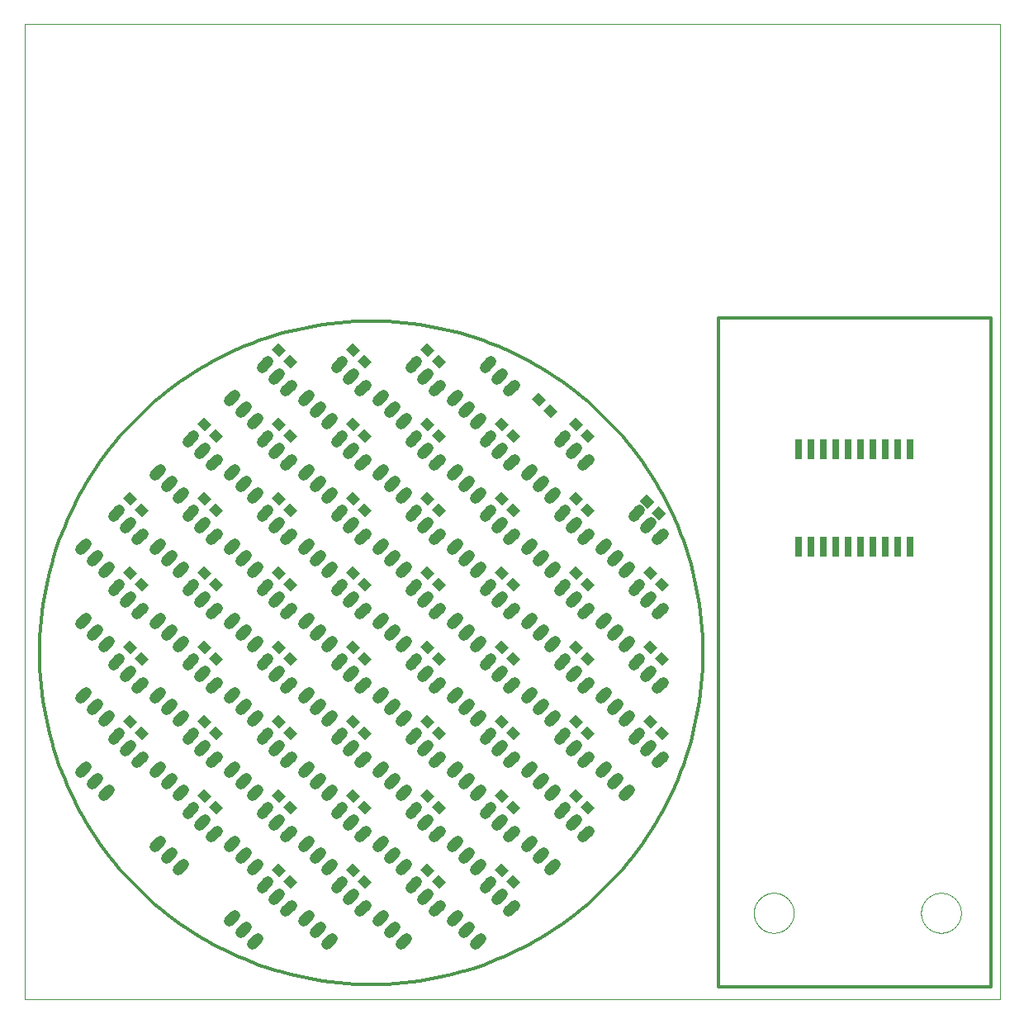
<source format=gtp>
G75*
%MOIN*%
%OFA0B0*%
%FSLAX25Y25*%
%IPPOS*%
%LPD*%
%AMOC8*
5,1,8,0,0,1.08239X$1,22.5*
%
%ADD10C,0.00000*%
%ADD11C,0.01200*%
%ADD12R,0.04331X0.03937*%
%ADD13C,0.04331*%
%ADD14R,0.02600X0.08000*%
D10*
X0001000Y0001000D02*
X0001000Y0394701D01*
X0394701Y0394701D01*
X0394701Y0001000D01*
X0001000Y0001000D01*
X0295429Y0036000D02*
X0295431Y0036198D01*
X0295439Y0036396D01*
X0295451Y0036594D01*
X0295468Y0036791D01*
X0295490Y0036988D01*
X0295516Y0037184D01*
X0295548Y0037380D01*
X0295584Y0037575D01*
X0295625Y0037768D01*
X0295671Y0037961D01*
X0295721Y0038153D01*
X0295777Y0038343D01*
X0295836Y0038532D01*
X0295901Y0038719D01*
X0295970Y0038905D01*
X0296043Y0039089D01*
X0296121Y0039271D01*
X0296204Y0039451D01*
X0296291Y0039629D01*
X0296382Y0039805D01*
X0296478Y0039978D01*
X0296577Y0040149D01*
X0296681Y0040318D01*
X0296789Y0040484D01*
X0296901Y0040647D01*
X0297017Y0040808D01*
X0297137Y0040966D01*
X0297261Y0041120D01*
X0297389Y0041272D01*
X0297520Y0041420D01*
X0297655Y0041565D01*
X0297793Y0041707D01*
X0297935Y0041845D01*
X0298080Y0041980D01*
X0298228Y0042111D01*
X0298380Y0042239D01*
X0298534Y0042363D01*
X0298692Y0042483D01*
X0298853Y0042599D01*
X0299016Y0042711D01*
X0299182Y0042819D01*
X0299351Y0042923D01*
X0299522Y0043022D01*
X0299695Y0043118D01*
X0299871Y0043209D01*
X0300049Y0043296D01*
X0300229Y0043379D01*
X0300411Y0043457D01*
X0300595Y0043530D01*
X0300781Y0043599D01*
X0300968Y0043664D01*
X0301157Y0043723D01*
X0301347Y0043779D01*
X0301539Y0043829D01*
X0301732Y0043875D01*
X0301925Y0043916D01*
X0302120Y0043952D01*
X0302316Y0043984D01*
X0302512Y0044010D01*
X0302709Y0044032D01*
X0302906Y0044049D01*
X0303104Y0044061D01*
X0303302Y0044069D01*
X0303500Y0044071D01*
X0303698Y0044069D01*
X0303896Y0044061D01*
X0304094Y0044049D01*
X0304291Y0044032D01*
X0304488Y0044010D01*
X0304684Y0043984D01*
X0304880Y0043952D01*
X0305075Y0043916D01*
X0305268Y0043875D01*
X0305461Y0043829D01*
X0305653Y0043779D01*
X0305843Y0043723D01*
X0306032Y0043664D01*
X0306219Y0043599D01*
X0306405Y0043530D01*
X0306589Y0043457D01*
X0306771Y0043379D01*
X0306951Y0043296D01*
X0307129Y0043209D01*
X0307305Y0043118D01*
X0307478Y0043022D01*
X0307649Y0042923D01*
X0307818Y0042819D01*
X0307984Y0042711D01*
X0308147Y0042599D01*
X0308308Y0042483D01*
X0308466Y0042363D01*
X0308620Y0042239D01*
X0308772Y0042111D01*
X0308920Y0041980D01*
X0309065Y0041845D01*
X0309207Y0041707D01*
X0309345Y0041565D01*
X0309480Y0041420D01*
X0309611Y0041272D01*
X0309739Y0041120D01*
X0309863Y0040966D01*
X0309983Y0040808D01*
X0310099Y0040647D01*
X0310211Y0040484D01*
X0310319Y0040318D01*
X0310423Y0040149D01*
X0310522Y0039978D01*
X0310618Y0039805D01*
X0310709Y0039629D01*
X0310796Y0039451D01*
X0310879Y0039271D01*
X0310957Y0039089D01*
X0311030Y0038905D01*
X0311099Y0038719D01*
X0311164Y0038532D01*
X0311223Y0038343D01*
X0311279Y0038153D01*
X0311329Y0037961D01*
X0311375Y0037768D01*
X0311416Y0037575D01*
X0311452Y0037380D01*
X0311484Y0037184D01*
X0311510Y0036988D01*
X0311532Y0036791D01*
X0311549Y0036594D01*
X0311561Y0036396D01*
X0311569Y0036198D01*
X0311571Y0036000D01*
X0311569Y0035802D01*
X0311561Y0035604D01*
X0311549Y0035406D01*
X0311532Y0035209D01*
X0311510Y0035012D01*
X0311484Y0034816D01*
X0311452Y0034620D01*
X0311416Y0034425D01*
X0311375Y0034232D01*
X0311329Y0034039D01*
X0311279Y0033847D01*
X0311223Y0033657D01*
X0311164Y0033468D01*
X0311099Y0033281D01*
X0311030Y0033095D01*
X0310957Y0032911D01*
X0310879Y0032729D01*
X0310796Y0032549D01*
X0310709Y0032371D01*
X0310618Y0032195D01*
X0310522Y0032022D01*
X0310423Y0031851D01*
X0310319Y0031682D01*
X0310211Y0031516D01*
X0310099Y0031353D01*
X0309983Y0031192D01*
X0309863Y0031034D01*
X0309739Y0030880D01*
X0309611Y0030728D01*
X0309480Y0030580D01*
X0309345Y0030435D01*
X0309207Y0030293D01*
X0309065Y0030155D01*
X0308920Y0030020D01*
X0308772Y0029889D01*
X0308620Y0029761D01*
X0308466Y0029637D01*
X0308308Y0029517D01*
X0308147Y0029401D01*
X0307984Y0029289D01*
X0307818Y0029181D01*
X0307649Y0029077D01*
X0307478Y0028978D01*
X0307305Y0028882D01*
X0307129Y0028791D01*
X0306951Y0028704D01*
X0306771Y0028621D01*
X0306589Y0028543D01*
X0306405Y0028470D01*
X0306219Y0028401D01*
X0306032Y0028336D01*
X0305843Y0028277D01*
X0305653Y0028221D01*
X0305461Y0028171D01*
X0305268Y0028125D01*
X0305075Y0028084D01*
X0304880Y0028048D01*
X0304684Y0028016D01*
X0304488Y0027990D01*
X0304291Y0027968D01*
X0304094Y0027951D01*
X0303896Y0027939D01*
X0303698Y0027931D01*
X0303500Y0027929D01*
X0303302Y0027931D01*
X0303104Y0027939D01*
X0302906Y0027951D01*
X0302709Y0027968D01*
X0302512Y0027990D01*
X0302316Y0028016D01*
X0302120Y0028048D01*
X0301925Y0028084D01*
X0301732Y0028125D01*
X0301539Y0028171D01*
X0301347Y0028221D01*
X0301157Y0028277D01*
X0300968Y0028336D01*
X0300781Y0028401D01*
X0300595Y0028470D01*
X0300411Y0028543D01*
X0300229Y0028621D01*
X0300049Y0028704D01*
X0299871Y0028791D01*
X0299695Y0028882D01*
X0299522Y0028978D01*
X0299351Y0029077D01*
X0299182Y0029181D01*
X0299016Y0029289D01*
X0298853Y0029401D01*
X0298692Y0029517D01*
X0298534Y0029637D01*
X0298380Y0029761D01*
X0298228Y0029889D01*
X0298080Y0030020D01*
X0297935Y0030155D01*
X0297793Y0030293D01*
X0297655Y0030435D01*
X0297520Y0030580D01*
X0297389Y0030728D01*
X0297261Y0030880D01*
X0297137Y0031034D01*
X0297017Y0031192D01*
X0296901Y0031353D01*
X0296789Y0031516D01*
X0296681Y0031682D01*
X0296577Y0031851D01*
X0296478Y0032022D01*
X0296382Y0032195D01*
X0296291Y0032371D01*
X0296204Y0032549D01*
X0296121Y0032729D01*
X0296043Y0032911D01*
X0295970Y0033095D01*
X0295901Y0033281D01*
X0295836Y0033468D01*
X0295777Y0033657D01*
X0295721Y0033847D01*
X0295671Y0034039D01*
X0295625Y0034232D01*
X0295584Y0034425D01*
X0295548Y0034620D01*
X0295516Y0034816D01*
X0295490Y0035012D01*
X0295468Y0035209D01*
X0295451Y0035406D01*
X0295439Y0035604D01*
X0295431Y0035802D01*
X0295429Y0036000D01*
X0362929Y0036000D02*
X0362931Y0036198D01*
X0362939Y0036396D01*
X0362951Y0036594D01*
X0362968Y0036791D01*
X0362990Y0036988D01*
X0363016Y0037184D01*
X0363048Y0037380D01*
X0363084Y0037575D01*
X0363125Y0037768D01*
X0363171Y0037961D01*
X0363221Y0038153D01*
X0363277Y0038343D01*
X0363336Y0038532D01*
X0363401Y0038719D01*
X0363470Y0038905D01*
X0363543Y0039089D01*
X0363621Y0039271D01*
X0363704Y0039451D01*
X0363791Y0039629D01*
X0363882Y0039805D01*
X0363978Y0039978D01*
X0364077Y0040149D01*
X0364181Y0040318D01*
X0364289Y0040484D01*
X0364401Y0040647D01*
X0364517Y0040808D01*
X0364637Y0040966D01*
X0364761Y0041120D01*
X0364889Y0041272D01*
X0365020Y0041420D01*
X0365155Y0041565D01*
X0365293Y0041707D01*
X0365435Y0041845D01*
X0365580Y0041980D01*
X0365728Y0042111D01*
X0365880Y0042239D01*
X0366034Y0042363D01*
X0366192Y0042483D01*
X0366353Y0042599D01*
X0366516Y0042711D01*
X0366682Y0042819D01*
X0366851Y0042923D01*
X0367022Y0043022D01*
X0367195Y0043118D01*
X0367371Y0043209D01*
X0367549Y0043296D01*
X0367729Y0043379D01*
X0367911Y0043457D01*
X0368095Y0043530D01*
X0368281Y0043599D01*
X0368468Y0043664D01*
X0368657Y0043723D01*
X0368847Y0043779D01*
X0369039Y0043829D01*
X0369232Y0043875D01*
X0369425Y0043916D01*
X0369620Y0043952D01*
X0369816Y0043984D01*
X0370012Y0044010D01*
X0370209Y0044032D01*
X0370406Y0044049D01*
X0370604Y0044061D01*
X0370802Y0044069D01*
X0371000Y0044071D01*
X0371198Y0044069D01*
X0371396Y0044061D01*
X0371594Y0044049D01*
X0371791Y0044032D01*
X0371988Y0044010D01*
X0372184Y0043984D01*
X0372380Y0043952D01*
X0372575Y0043916D01*
X0372768Y0043875D01*
X0372961Y0043829D01*
X0373153Y0043779D01*
X0373343Y0043723D01*
X0373532Y0043664D01*
X0373719Y0043599D01*
X0373905Y0043530D01*
X0374089Y0043457D01*
X0374271Y0043379D01*
X0374451Y0043296D01*
X0374629Y0043209D01*
X0374805Y0043118D01*
X0374978Y0043022D01*
X0375149Y0042923D01*
X0375318Y0042819D01*
X0375484Y0042711D01*
X0375647Y0042599D01*
X0375808Y0042483D01*
X0375966Y0042363D01*
X0376120Y0042239D01*
X0376272Y0042111D01*
X0376420Y0041980D01*
X0376565Y0041845D01*
X0376707Y0041707D01*
X0376845Y0041565D01*
X0376980Y0041420D01*
X0377111Y0041272D01*
X0377239Y0041120D01*
X0377363Y0040966D01*
X0377483Y0040808D01*
X0377599Y0040647D01*
X0377711Y0040484D01*
X0377819Y0040318D01*
X0377923Y0040149D01*
X0378022Y0039978D01*
X0378118Y0039805D01*
X0378209Y0039629D01*
X0378296Y0039451D01*
X0378379Y0039271D01*
X0378457Y0039089D01*
X0378530Y0038905D01*
X0378599Y0038719D01*
X0378664Y0038532D01*
X0378723Y0038343D01*
X0378779Y0038153D01*
X0378829Y0037961D01*
X0378875Y0037768D01*
X0378916Y0037575D01*
X0378952Y0037380D01*
X0378984Y0037184D01*
X0379010Y0036988D01*
X0379032Y0036791D01*
X0379049Y0036594D01*
X0379061Y0036396D01*
X0379069Y0036198D01*
X0379071Y0036000D01*
X0379069Y0035802D01*
X0379061Y0035604D01*
X0379049Y0035406D01*
X0379032Y0035209D01*
X0379010Y0035012D01*
X0378984Y0034816D01*
X0378952Y0034620D01*
X0378916Y0034425D01*
X0378875Y0034232D01*
X0378829Y0034039D01*
X0378779Y0033847D01*
X0378723Y0033657D01*
X0378664Y0033468D01*
X0378599Y0033281D01*
X0378530Y0033095D01*
X0378457Y0032911D01*
X0378379Y0032729D01*
X0378296Y0032549D01*
X0378209Y0032371D01*
X0378118Y0032195D01*
X0378022Y0032022D01*
X0377923Y0031851D01*
X0377819Y0031682D01*
X0377711Y0031516D01*
X0377599Y0031353D01*
X0377483Y0031192D01*
X0377363Y0031034D01*
X0377239Y0030880D01*
X0377111Y0030728D01*
X0376980Y0030580D01*
X0376845Y0030435D01*
X0376707Y0030293D01*
X0376565Y0030155D01*
X0376420Y0030020D01*
X0376272Y0029889D01*
X0376120Y0029761D01*
X0375966Y0029637D01*
X0375808Y0029517D01*
X0375647Y0029401D01*
X0375484Y0029289D01*
X0375318Y0029181D01*
X0375149Y0029077D01*
X0374978Y0028978D01*
X0374805Y0028882D01*
X0374629Y0028791D01*
X0374451Y0028704D01*
X0374271Y0028621D01*
X0374089Y0028543D01*
X0373905Y0028470D01*
X0373719Y0028401D01*
X0373532Y0028336D01*
X0373343Y0028277D01*
X0373153Y0028221D01*
X0372961Y0028171D01*
X0372768Y0028125D01*
X0372575Y0028084D01*
X0372380Y0028048D01*
X0372184Y0028016D01*
X0371988Y0027990D01*
X0371791Y0027968D01*
X0371594Y0027951D01*
X0371396Y0027939D01*
X0371198Y0027931D01*
X0371000Y0027929D01*
X0370802Y0027931D01*
X0370604Y0027939D01*
X0370406Y0027951D01*
X0370209Y0027968D01*
X0370012Y0027990D01*
X0369816Y0028016D01*
X0369620Y0028048D01*
X0369425Y0028084D01*
X0369232Y0028125D01*
X0369039Y0028171D01*
X0368847Y0028221D01*
X0368657Y0028277D01*
X0368468Y0028336D01*
X0368281Y0028401D01*
X0368095Y0028470D01*
X0367911Y0028543D01*
X0367729Y0028621D01*
X0367549Y0028704D01*
X0367371Y0028791D01*
X0367195Y0028882D01*
X0367022Y0028978D01*
X0366851Y0029077D01*
X0366682Y0029181D01*
X0366516Y0029289D01*
X0366353Y0029401D01*
X0366192Y0029517D01*
X0366034Y0029637D01*
X0365880Y0029761D01*
X0365728Y0029889D01*
X0365580Y0030020D01*
X0365435Y0030155D01*
X0365293Y0030293D01*
X0365155Y0030435D01*
X0365020Y0030580D01*
X0364889Y0030728D01*
X0364761Y0030880D01*
X0364637Y0031034D01*
X0364517Y0031192D01*
X0364401Y0031353D01*
X0364289Y0031516D01*
X0364181Y0031682D01*
X0364077Y0031851D01*
X0363978Y0032022D01*
X0363882Y0032195D01*
X0363791Y0032371D01*
X0363704Y0032549D01*
X0363621Y0032729D01*
X0363543Y0032911D01*
X0363470Y0033095D01*
X0363401Y0033281D01*
X0363336Y0033468D01*
X0363277Y0033657D01*
X0363221Y0033847D01*
X0363171Y0034039D01*
X0363125Y0034232D01*
X0363084Y0034425D01*
X0363048Y0034620D01*
X0363016Y0034816D01*
X0362990Y0035012D01*
X0362968Y0035209D01*
X0362951Y0035406D01*
X0362939Y0035604D01*
X0362931Y0035802D01*
X0362929Y0036000D01*
D11*
X0391000Y0006000D02*
X0281000Y0006000D01*
X0281000Y0276000D01*
X0391000Y0276000D01*
X0391000Y0006000D01*
X0007142Y0141000D02*
X0007182Y0144285D01*
X0007303Y0147568D01*
X0007505Y0150847D01*
X0007787Y0154120D01*
X0008149Y0157386D01*
X0008591Y0160641D01*
X0009113Y0163885D01*
X0009714Y0167114D01*
X0010394Y0170328D01*
X0011154Y0173525D01*
X0011991Y0176702D01*
X0012906Y0179857D01*
X0013898Y0182989D01*
X0014967Y0186095D01*
X0016111Y0189175D01*
X0017331Y0192225D01*
X0018626Y0195245D01*
X0019994Y0198232D01*
X0021435Y0201184D01*
X0022948Y0204100D01*
X0024532Y0206978D01*
X0026186Y0209817D01*
X0027910Y0212614D01*
X0029701Y0215368D01*
X0031560Y0218077D01*
X0033484Y0220739D01*
X0035474Y0223354D01*
X0037526Y0225919D01*
X0039642Y0228432D01*
X0041818Y0230894D01*
X0044054Y0233301D01*
X0046348Y0235652D01*
X0048699Y0237946D01*
X0051106Y0240182D01*
X0053568Y0242358D01*
X0056081Y0244474D01*
X0058646Y0246526D01*
X0061261Y0248516D01*
X0063923Y0250440D01*
X0066632Y0252299D01*
X0069386Y0254090D01*
X0072183Y0255814D01*
X0075022Y0257468D01*
X0077900Y0259052D01*
X0080816Y0260565D01*
X0083768Y0262006D01*
X0086755Y0263374D01*
X0089775Y0264669D01*
X0092825Y0265889D01*
X0095905Y0267033D01*
X0099011Y0268102D01*
X0102143Y0269094D01*
X0105298Y0270009D01*
X0108475Y0270846D01*
X0111672Y0271606D01*
X0114886Y0272286D01*
X0118115Y0272887D01*
X0121359Y0273409D01*
X0124614Y0273851D01*
X0127880Y0274213D01*
X0131153Y0274495D01*
X0134432Y0274697D01*
X0137715Y0274818D01*
X0141000Y0274858D01*
X0144285Y0274818D01*
X0147568Y0274697D01*
X0150847Y0274495D01*
X0154120Y0274213D01*
X0157386Y0273851D01*
X0160641Y0273409D01*
X0163885Y0272887D01*
X0167114Y0272286D01*
X0170328Y0271606D01*
X0173525Y0270846D01*
X0176702Y0270009D01*
X0179857Y0269094D01*
X0182989Y0268102D01*
X0186095Y0267033D01*
X0189175Y0265889D01*
X0192225Y0264669D01*
X0195245Y0263374D01*
X0198232Y0262006D01*
X0201184Y0260565D01*
X0204100Y0259052D01*
X0206978Y0257468D01*
X0209817Y0255814D01*
X0212614Y0254090D01*
X0215368Y0252299D01*
X0218077Y0250440D01*
X0220739Y0248516D01*
X0223354Y0246526D01*
X0225919Y0244474D01*
X0228432Y0242358D01*
X0230894Y0240182D01*
X0233301Y0237946D01*
X0235652Y0235652D01*
X0237946Y0233301D01*
X0240182Y0230894D01*
X0242358Y0228432D01*
X0244474Y0225919D01*
X0246526Y0223354D01*
X0248516Y0220739D01*
X0250440Y0218077D01*
X0252299Y0215368D01*
X0254090Y0212614D01*
X0255814Y0209817D01*
X0257468Y0206978D01*
X0259052Y0204100D01*
X0260565Y0201184D01*
X0262006Y0198232D01*
X0263374Y0195245D01*
X0264669Y0192225D01*
X0265889Y0189175D01*
X0267033Y0186095D01*
X0268102Y0182989D01*
X0269094Y0179857D01*
X0270009Y0176702D01*
X0270846Y0173525D01*
X0271606Y0170328D01*
X0272286Y0167114D01*
X0272887Y0163885D01*
X0273409Y0160641D01*
X0273851Y0157386D01*
X0274213Y0154120D01*
X0274495Y0150847D01*
X0274697Y0147568D01*
X0274818Y0144285D01*
X0274858Y0141000D01*
X0274818Y0137715D01*
X0274697Y0134432D01*
X0274495Y0131153D01*
X0274213Y0127880D01*
X0273851Y0124614D01*
X0273409Y0121359D01*
X0272887Y0118115D01*
X0272286Y0114886D01*
X0271606Y0111672D01*
X0270846Y0108475D01*
X0270009Y0105298D01*
X0269094Y0102143D01*
X0268102Y0099011D01*
X0267033Y0095905D01*
X0265889Y0092825D01*
X0264669Y0089775D01*
X0263374Y0086755D01*
X0262006Y0083768D01*
X0260565Y0080816D01*
X0259052Y0077900D01*
X0257468Y0075022D01*
X0255814Y0072183D01*
X0254090Y0069386D01*
X0252299Y0066632D01*
X0250440Y0063923D01*
X0248516Y0061261D01*
X0246526Y0058646D01*
X0244474Y0056081D01*
X0242358Y0053568D01*
X0240182Y0051106D01*
X0237946Y0048699D01*
X0235652Y0046348D01*
X0233301Y0044054D01*
X0230894Y0041818D01*
X0228432Y0039642D01*
X0225919Y0037526D01*
X0223354Y0035474D01*
X0220739Y0033484D01*
X0218077Y0031560D01*
X0215368Y0029701D01*
X0212614Y0027910D01*
X0209817Y0026186D01*
X0206978Y0024532D01*
X0204100Y0022948D01*
X0201184Y0021435D01*
X0198232Y0019994D01*
X0195245Y0018626D01*
X0192225Y0017331D01*
X0189175Y0016111D01*
X0186095Y0014967D01*
X0182989Y0013898D01*
X0179857Y0012906D01*
X0176702Y0011991D01*
X0173525Y0011154D01*
X0170328Y0010394D01*
X0167114Y0009714D01*
X0163885Y0009113D01*
X0160641Y0008591D01*
X0157386Y0008149D01*
X0154120Y0007787D01*
X0150847Y0007505D01*
X0147568Y0007303D01*
X0144285Y0007182D01*
X0141000Y0007142D01*
X0137715Y0007182D01*
X0134432Y0007303D01*
X0131153Y0007505D01*
X0127880Y0007787D01*
X0124614Y0008149D01*
X0121359Y0008591D01*
X0118115Y0009113D01*
X0114886Y0009714D01*
X0111672Y0010394D01*
X0108475Y0011154D01*
X0105298Y0011991D01*
X0102143Y0012906D01*
X0099011Y0013898D01*
X0095905Y0014967D01*
X0092825Y0016111D01*
X0089775Y0017331D01*
X0086755Y0018626D01*
X0083768Y0019994D01*
X0080816Y0021435D01*
X0077900Y0022948D01*
X0075022Y0024532D01*
X0072183Y0026186D01*
X0069386Y0027910D01*
X0066632Y0029701D01*
X0063923Y0031560D01*
X0061261Y0033484D01*
X0058646Y0035474D01*
X0056081Y0037526D01*
X0053568Y0039642D01*
X0051106Y0041818D01*
X0048699Y0044054D01*
X0046348Y0046348D01*
X0044054Y0048699D01*
X0041818Y0051106D01*
X0039642Y0053568D01*
X0037526Y0056081D01*
X0035474Y0058646D01*
X0033484Y0061261D01*
X0031560Y0063923D01*
X0029701Y0066632D01*
X0027910Y0069386D01*
X0026186Y0072183D01*
X0024532Y0075022D01*
X0022948Y0077900D01*
X0021435Y0080816D01*
X0019994Y0083768D01*
X0018626Y0086755D01*
X0017331Y0089775D01*
X0016111Y0092825D01*
X0014967Y0095905D01*
X0013898Y0099011D01*
X0012906Y0102143D01*
X0011991Y0105298D01*
X0011154Y0108475D01*
X0010394Y0111672D01*
X0009714Y0114886D01*
X0009113Y0118115D01*
X0008591Y0121359D01*
X0008149Y0124614D01*
X0007787Y0127880D01*
X0007505Y0131153D01*
X0007303Y0134432D01*
X0007182Y0137715D01*
X0007142Y0141000D01*
D12*
G36*
X0043773Y0140444D02*
X0040712Y0143505D01*
X0043495Y0146288D01*
X0046556Y0143227D01*
X0043773Y0140444D01*
G37*
G36*
X0048505Y0135712D02*
X0045444Y0138773D01*
X0048227Y0141556D01*
X0051288Y0138495D01*
X0048505Y0135712D01*
G37*
G36*
X0043773Y0110444D02*
X0040712Y0113505D01*
X0043495Y0116288D01*
X0046556Y0113227D01*
X0043773Y0110444D01*
G37*
G36*
X0048505Y0105712D02*
X0045444Y0108773D01*
X0048227Y0111556D01*
X0051288Y0108495D01*
X0048505Y0105712D01*
G37*
G36*
X0073773Y0110444D02*
X0070712Y0113505D01*
X0073495Y0116288D01*
X0076556Y0113227D01*
X0073773Y0110444D01*
G37*
G36*
X0078505Y0105712D02*
X0075444Y0108773D01*
X0078227Y0111556D01*
X0081288Y0108495D01*
X0078505Y0105712D01*
G37*
G36*
X0073773Y0080444D02*
X0070712Y0083505D01*
X0073495Y0086288D01*
X0076556Y0083227D01*
X0073773Y0080444D01*
G37*
G36*
X0078505Y0075712D02*
X0075444Y0078773D01*
X0078227Y0081556D01*
X0081288Y0078495D01*
X0078505Y0075712D01*
G37*
G36*
X0103773Y0080444D02*
X0100712Y0083505D01*
X0103495Y0086288D01*
X0106556Y0083227D01*
X0103773Y0080444D01*
G37*
G36*
X0108505Y0075712D02*
X0105444Y0078773D01*
X0108227Y0081556D01*
X0111288Y0078495D01*
X0108505Y0075712D01*
G37*
G36*
X0103773Y0050444D02*
X0100712Y0053505D01*
X0103495Y0056288D01*
X0106556Y0053227D01*
X0103773Y0050444D01*
G37*
G36*
X0108505Y0045712D02*
X0105444Y0048773D01*
X0108227Y0051556D01*
X0111288Y0048495D01*
X0108505Y0045712D01*
G37*
G36*
X0133773Y0050444D02*
X0130712Y0053505D01*
X0133495Y0056288D01*
X0136556Y0053227D01*
X0133773Y0050444D01*
G37*
G36*
X0138505Y0045712D02*
X0135444Y0048773D01*
X0138227Y0051556D01*
X0141288Y0048495D01*
X0138505Y0045712D01*
G37*
G36*
X0163773Y0050444D02*
X0160712Y0053505D01*
X0163495Y0056288D01*
X0166556Y0053227D01*
X0163773Y0050444D01*
G37*
G36*
X0168505Y0045712D02*
X0165444Y0048773D01*
X0168227Y0051556D01*
X0171288Y0048495D01*
X0168505Y0045712D01*
G37*
G36*
X0193773Y0050444D02*
X0190712Y0053505D01*
X0193495Y0056288D01*
X0196556Y0053227D01*
X0193773Y0050444D01*
G37*
G36*
X0198505Y0045712D02*
X0195444Y0048773D01*
X0198227Y0051556D01*
X0201288Y0048495D01*
X0198505Y0045712D01*
G37*
G36*
X0198505Y0075712D02*
X0195444Y0078773D01*
X0198227Y0081556D01*
X0201288Y0078495D01*
X0198505Y0075712D01*
G37*
G36*
X0193773Y0080444D02*
X0190712Y0083505D01*
X0193495Y0086288D01*
X0196556Y0083227D01*
X0193773Y0080444D01*
G37*
G36*
X0168505Y0075712D02*
X0165444Y0078773D01*
X0168227Y0081556D01*
X0171288Y0078495D01*
X0168505Y0075712D01*
G37*
G36*
X0163773Y0080444D02*
X0160712Y0083505D01*
X0163495Y0086288D01*
X0166556Y0083227D01*
X0163773Y0080444D01*
G37*
G36*
X0138505Y0075712D02*
X0135444Y0078773D01*
X0138227Y0081556D01*
X0141288Y0078495D01*
X0138505Y0075712D01*
G37*
G36*
X0133773Y0080444D02*
X0130712Y0083505D01*
X0133495Y0086288D01*
X0136556Y0083227D01*
X0133773Y0080444D01*
G37*
G36*
X0138505Y0105712D02*
X0135444Y0108773D01*
X0138227Y0111556D01*
X0141288Y0108495D01*
X0138505Y0105712D01*
G37*
G36*
X0133773Y0110444D02*
X0130712Y0113505D01*
X0133495Y0116288D01*
X0136556Y0113227D01*
X0133773Y0110444D01*
G37*
G36*
X0108505Y0105712D02*
X0105444Y0108773D01*
X0108227Y0111556D01*
X0111288Y0108495D01*
X0108505Y0105712D01*
G37*
G36*
X0103773Y0110444D02*
X0100712Y0113505D01*
X0103495Y0116288D01*
X0106556Y0113227D01*
X0103773Y0110444D01*
G37*
G36*
X0108505Y0135712D02*
X0105444Y0138773D01*
X0108227Y0141556D01*
X0111288Y0138495D01*
X0108505Y0135712D01*
G37*
G36*
X0103773Y0140444D02*
X0100712Y0143505D01*
X0103495Y0146288D01*
X0106556Y0143227D01*
X0103773Y0140444D01*
G37*
G36*
X0078505Y0135712D02*
X0075444Y0138773D01*
X0078227Y0141556D01*
X0081288Y0138495D01*
X0078505Y0135712D01*
G37*
G36*
X0073773Y0140444D02*
X0070712Y0143505D01*
X0073495Y0146288D01*
X0076556Y0143227D01*
X0073773Y0140444D01*
G37*
G36*
X0078505Y0165712D02*
X0075444Y0168773D01*
X0078227Y0171556D01*
X0081288Y0168495D01*
X0078505Y0165712D01*
G37*
G36*
X0073773Y0170444D02*
X0070712Y0173505D01*
X0073495Y0176288D01*
X0076556Y0173227D01*
X0073773Y0170444D01*
G37*
G36*
X0048505Y0165712D02*
X0045444Y0168773D01*
X0048227Y0171556D01*
X0051288Y0168495D01*
X0048505Y0165712D01*
G37*
G36*
X0043773Y0170444D02*
X0040712Y0173505D01*
X0043495Y0176288D01*
X0046556Y0173227D01*
X0043773Y0170444D01*
G37*
G36*
X0048505Y0195712D02*
X0045444Y0198773D01*
X0048227Y0201556D01*
X0051288Y0198495D01*
X0048505Y0195712D01*
G37*
G36*
X0043773Y0200444D02*
X0040712Y0203505D01*
X0043495Y0206288D01*
X0046556Y0203227D01*
X0043773Y0200444D01*
G37*
G36*
X0073773Y0200444D02*
X0070712Y0203505D01*
X0073495Y0206288D01*
X0076556Y0203227D01*
X0073773Y0200444D01*
G37*
G36*
X0078505Y0195712D02*
X0075444Y0198773D01*
X0078227Y0201556D01*
X0081288Y0198495D01*
X0078505Y0195712D01*
G37*
G36*
X0103773Y0200444D02*
X0100712Y0203505D01*
X0103495Y0206288D01*
X0106556Y0203227D01*
X0103773Y0200444D01*
G37*
G36*
X0108505Y0195712D02*
X0105444Y0198773D01*
X0108227Y0201556D01*
X0111288Y0198495D01*
X0108505Y0195712D01*
G37*
G36*
X0103773Y0170444D02*
X0100712Y0173505D01*
X0103495Y0176288D01*
X0106556Y0173227D01*
X0103773Y0170444D01*
G37*
G36*
X0108505Y0165712D02*
X0105444Y0168773D01*
X0108227Y0171556D01*
X0111288Y0168495D01*
X0108505Y0165712D01*
G37*
G36*
X0133773Y0170444D02*
X0130712Y0173505D01*
X0133495Y0176288D01*
X0136556Y0173227D01*
X0133773Y0170444D01*
G37*
G36*
X0138505Y0165712D02*
X0135444Y0168773D01*
X0138227Y0171556D01*
X0141288Y0168495D01*
X0138505Y0165712D01*
G37*
G36*
X0133773Y0140444D02*
X0130712Y0143505D01*
X0133495Y0146288D01*
X0136556Y0143227D01*
X0133773Y0140444D01*
G37*
G36*
X0138505Y0135712D02*
X0135444Y0138773D01*
X0138227Y0141556D01*
X0141288Y0138495D01*
X0138505Y0135712D01*
G37*
G36*
X0163773Y0140444D02*
X0160712Y0143505D01*
X0163495Y0146288D01*
X0166556Y0143227D01*
X0163773Y0140444D01*
G37*
G36*
X0168505Y0135712D02*
X0165444Y0138773D01*
X0168227Y0141556D01*
X0171288Y0138495D01*
X0168505Y0135712D01*
G37*
G36*
X0163773Y0110444D02*
X0160712Y0113505D01*
X0163495Y0116288D01*
X0166556Y0113227D01*
X0163773Y0110444D01*
G37*
G36*
X0168505Y0105712D02*
X0165444Y0108773D01*
X0168227Y0111556D01*
X0171288Y0108495D01*
X0168505Y0105712D01*
G37*
G36*
X0193773Y0110444D02*
X0190712Y0113505D01*
X0193495Y0116288D01*
X0196556Y0113227D01*
X0193773Y0110444D01*
G37*
G36*
X0198505Y0105712D02*
X0195444Y0108773D01*
X0198227Y0111556D01*
X0201288Y0108495D01*
X0198505Y0105712D01*
G37*
G36*
X0223773Y0110444D02*
X0220712Y0113505D01*
X0223495Y0116288D01*
X0226556Y0113227D01*
X0223773Y0110444D01*
G37*
G36*
X0228505Y0105712D02*
X0225444Y0108773D01*
X0228227Y0111556D01*
X0231288Y0108495D01*
X0228505Y0105712D01*
G37*
G36*
X0223773Y0080444D02*
X0220712Y0083505D01*
X0223495Y0086288D01*
X0226556Y0083227D01*
X0223773Y0080444D01*
G37*
G36*
X0228505Y0075712D02*
X0225444Y0078773D01*
X0228227Y0081556D01*
X0231288Y0078495D01*
X0228505Y0075712D01*
G37*
G36*
X0258505Y0105712D02*
X0255444Y0108773D01*
X0258227Y0111556D01*
X0261288Y0108495D01*
X0258505Y0105712D01*
G37*
G36*
X0253773Y0110444D02*
X0250712Y0113505D01*
X0253495Y0116288D01*
X0256556Y0113227D01*
X0253773Y0110444D01*
G37*
G36*
X0258505Y0135712D02*
X0255444Y0138773D01*
X0258227Y0141556D01*
X0261288Y0138495D01*
X0258505Y0135712D01*
G37*
G36*
X0253773Y0140444D02*
X0250712Y0143505D01*
X0253495Y0146288D01*
X0256556Y0143227D01*
X0253773Y0140444D01*
G37*
G36*
X0228505Y0135712D02*
X0225444Y0138773D01*
X0228227Y0141556D01*
X0231288Y0138495D01*
X0228505Y0135712D01*
G37*
G36*
X0223773Y0140444D02*
X0220712Y0143505D01*
X0223495Y0146288D01*
X0226556Y0143227D01*
X0223773Y0140444D01*
G37*
G36*
X0198505Y0135712D02*
X0195444Y0138773D01*
X0198227Y0141556D01*
X0201288Y0138495D01*
X0198505Y0135712D01*
G37*
G36*
X0193773Y0140444D02*
X0190712Y0143505D01*
X0193495Y0146288D01*
X0196556Y0143227D01*
X0193773Y0140444D01*
G37*
G36*
X0198505Y0165712D02*
X0195444Y0168773D01*
X0198227Y0171556D01*
X0201288Y0168495D01*
X0198505Y0165712D01*
G37*
G36*
X0193773Y0170444D02*
X0190712Y0173505D01*
X0193495Y0176288D01*
X0196556Y0173227D01*
X0193773Y0170444D01*
G37*
G36*
X0168505Y0165712D02*
X0165444Y0168773D01*
X0168227Y0171556D01*
X0171288Y0168495D01*
X0168505Y0165712D01*
G37*
G36*
X0163773Y0170444D02*
X0160712Y0173505D01*
X0163495Y0176288D01*
X0166556Y0173227D01*
X0163773Y0170444D01*
G37*
G36*
X0168505Y0195712D02*
X0165444Y0198773D01*
X0168227Y0201556D01*
X0171288Y0198495D01*
X0168505Y0195712D01*
G37*
G36*
X0163773Y0200444D02*
X0160712Y0203505D01*
X0163495Y0206288D01*
X0166556Y0203227D01*
X0163773Y0200444D01*
G37*
G36*
X0138505Y0195712D02*
X0135444Y0198773D01*
X0138227Y0201556D01*
X0141288Y0198495D01*
X0138505Y0195712D01*
G37*
G36*
X0133773Y0200444D02*
X0130712Y0203505D01*
X0133495Y0206288D01*
X0136556Y0203227D01*
X0133773Y0200444D01*
G37*
G36*
X0138505Y0225712D02*
X0135444Y0228773D01*
X0138227Y0231556D01*
X0141288Y0228495D01*
X0138505Y0225712D01*
G37*
G36*
X0133773Y0230444D02*
X0130712Y0233505D01*
X0133495Y0236288D01*
X0136556Y0233227D01*
X0133773Y0230444D01*
G37*
G36*
X0108505Y0225712D02*
X0105444Y0228773D01*
X0108227Y0231556D01*
X0111288Y0228495D01*
X0108505Y0225712D01*
G37*
G36*
X0103773Y0230444D02*
X0100712Y0233505D01*
X0103495Y0236288D01*
X0106556Y0233227D01*
X0103773Y0230444D01*
G37*
G36*
X0078505Y0225712D02*
X0075444Y0228773D01*
X0078227Y0231556D01*
X0081288Y0228495D01*
X0078505Y0225712D01*
G37*
G36*
X0073773Y0230444D02*
X0070712Y0233505D01*
X0073495Y0236288D01*
X0076556Y0233227D01*
X0073773Y0230444D01*
G37*
G36*
X0103773Y0260444D02*
X0100712Y0263505D01*
X0103495Y0266288D01*
X0106556Y0263227D01*
X0103773Y0260444D01*
G37*
G36*
X0108505Y0255712D02*
X0105444Y0258773D01*
X0108227Y0261556D01*
X0111288Y0258495D01*
X0108505Y0255712D01*
G37*
G36*
X0133773Y0260444D02*
X0130712Y0263505D01*
X0133495Y0266288D01*
X0136556Y0263227D01*
X0133773Y0260444D01*
G37*
G36*
X0138505Y0255712D02*
X0135444Y0258773D01*
X0138227Y0261556D01*
X0141288Y0258495D01*
X0138505Y0255712D01*
G37*
G36*
X0163773Y0260444D02*
X0160712Y0263505D01*
X0163495Y0266288D01*
X0166556Y0263227D01*
X0163773Y0260444D01*
G37*
G36*
X0168505Y0255712D02*
X0165444Y0258773D01*
X0168227Y0261556D01*
X0171288Y0258495D01*
X0168505Y0255712D01*
G37*
G36*
X0163773Y0230444D02*
X0160712Y0233505D01*
X0163495Y0236288D01*
X0166556Y0233227D01*
X0163773Y0230444D01*
G37*
G36*
X0168505Y0225712D02*
X0165444Y0228773D01*
X0168227Y0231556D01*
X0171288Y0228495D01*
X0168505Y0225712D01*
G37*
G36*
X0193773Y0230444D02*
X0190712Y0233505D01*
X0193495Y0236288D01*
X0196556Y0233227D01*
X0193773Y0230444D01*
G37*
G36*
X0198505Y0225712D02*
X0195444Y0228773D01*
X0198227Y0231556D01*
X0201288Y0228495D01*
X0198505Y0225712D01*
G37*
G36*
X0213227Y0241556D02*
X0216288Y0238495D01*
X0213505Y0235712D01*
X0210444Y0238773D01*
X0213227Y0241556D01*
G37*
G36*
X0208495Y0246288D02*
X0211556Y0243227D01*
X0208773Y0240444D01*
X0205712Y0243505D01*
X0208495Y0246288D01*
G37*
G36*
X0223773Y0230444D02*
X0220712Y0233505D01*
X0223495Y0236288D01*
X0226556Y0233227D01*
X0223773Y0230444D01*
G37*
G36*
X0228505Y0225712D02*
X0225444Y0228773D01*
X0228227Y0231556D01*
X0231288Y0228495D01*
X0228505Y0225712D01*
G37*
G36*
X0223773Y0200444D02*
X0220712Y0203505D01*
X0223495Y0206288D01*
X0226556Y0203227D01*
X0223773Y0200444D01*
G37*
G36*
X0228505Y0195712D02*
X0225444Y0198773D01*
X0228227Y0201556D01*
X0231288Y0198495D01*
X0228505Y0195712D01*
G37*
G36*
X0223773Y0170444D02*
X0220712Y0173505D01*
X0223495Y0176288D01*
X0226556Y0173227D01*
X0223773Y0170444D01*
G37*
G36*
X0228505Y0165712D02*
X0225444Y0168773D01*
X0228227Y0171556D01*
X0231288Y0168495D01*
X0228505Y0165712D01*
G37*
G36*
X0253773Y0170444D02*
X0250712Y0173505D01*
X0253495Y0176288D01*
X0256556Y0173227D01*
X0253773Y0170444D01*
G37*
G36*
X0258505Y0165712D02*
X0255444Y0168773D01*
X0258227Y0171556D01*
X0261288Y0168495D01*
X0258505Y0165712D01*
G37*
G36*
X0257255Y0194462D02*
X0254194Y0197523D01*
X0256977Y0200306D01*
X0260038Y0197245D01*
X0257255Y0194462D01*
G37*
G36*
X0252523Y0199194D02*
X0249462Y0202255D01*
X0252245Y0205038D01*
X0255306Y0201977D01*
X0252523Y0199194D01*
G37*
G36*
X0198505Y0195712D02*
X0195444Y0198773D01*
X0198227Y0201556D01*
X0201288Y0198495D01*
X0198505Y0195712D01*
G37*
G36*
X0193773Y0200444D02*
X0190712Y0203505D01*
X0193495Y0206288D01*
X0196556Y0203227D01*
X0193773Y0200444D01*
G37*
D13*
X0189201Y0198666D02*
X0186697Y0196162D01*
X0186697Y0196162D01*
X0189201Y0198666D01*
X0189201Y0198666D01*
X0182799Y0203334D02*
X0185303Y0205838D01*
X0182799Y0203334D02*
X0182799Y0203334D01*
X0185303Y0205838D01*
X0185303Y0205838D01*
X0180571Y0210571D02*
X0178067Y0208067D01*
X0178067Y0208067D01*
X0180571Y0210571D01*
X0180571Y0210571D01*
X0175838Y0215303D02*
X0173334Y0212799D01*
X0173334Y0212799D01*
X0175838Y0215303D01*
X0175838Y0215303D01*
X0168666Y0219201D02*
X0166162Y0216697D01*
X0166162Y0216697D01*
X0168666Y0219201D01*
X0168666Y0219201D01*
X0163933Y0223933D02*
X0161429Y0221429D01*
X0161429Y0221429D01*
X0163933Y0223933D01*
X0163933Y0223933D01*
X0159201Y0228666D02*
X0156697Y0226162D01*
X0156697Y0226162D01*
X0159201Y0228666D01*
X0159201Y0228666D01*
X0152799Y0233334D02*
X0155303Y0235838D01*
X0152799Y0233334D02*
X0152799Y0233334D01*
X0155303Y0235838D01*
X0155303Y0235838D01*
X0150571Y0240571D02*
X0148067Y0238067D01*
X0148067Y0238067D01*
X0150571Y0240571D01*
X0150571Y0240571D01*
X0145838Y0245303D02*
X0143334Y0242799D01*
X0143334Y0242799D01*
X0145838Y0245303D01*
X0145838Y0245303D01*
X0138666Y0249201D02*
X0136162Y0246697D01*
X0136162Y0246697D01*
X0138666Y0249201D01*
X0138666Y0249201D01*
X0133933Y0253933D02*
X0131429Y0251429D01*
X0131429Y0251429D01*
X0133933Y0253933D01*
X0133933Y0253933D01*
X0129201Y0258666D02*
X0126697Y0256162D01*
X0126697Y0256162D01*
X0129201Y0258666D01*
X0129201Y0258666D01*
X0115838Y0245303D02*
X0113334Y0242799D01*
X0113334Y0242799D01*
X0115838Y0245303D01*
X0115838Y0245303D01*
X0120571Y0240571D02*
X0118067Y0238067D01*
X0118067Y0238067D01*
X0120571Y0240571D01*
X0120571Y0240571D01*
X0125303Y0235838D02*
X0122799Y0233334D01*
X0122799Y0233334D01*
X0125303Y0235838D01*
X0125303Y0235838D01*
X0129201Y0228666D02*
X0126697Y0226162D01*
X0126697Y0226162D01*
X0129201Y0228666D01*
X0129201Y0228666D01*
X0133933Y0223933D02*
X0131429Y0221429D01*
X0131429Y0221429D01*
X0133933Y0223933D01*
X0133933Y0223933D01*
X0138666Y0219201D02*
X0136162Y0216697D01*
X0136162Y0216697D01*
X0138666Y0219201D01*
X0138666Y0219201D01*
X0143334Y0212799D02*
X0145838Y0215303D01*
X0143334Y0212799D02*
X0143334Y0212799D01*
X0145838Y0215303D01*
X0145838Y0215303D01*
X0150571Y0210571D02*
X0148067Y0208067D01*
X0148067Y0208067D01*
X0150571Y0210571D01*
X0150571Y0210571D01*
X0155303Y0205838D02*
X0152799Y0203334D01*
X0152799Y0203334D01*
X0155303Y0205838D01*
X0155303Y0205838D01*
X0159201Y0198666D02*
X0156697Y0196162D01*
X0156697Y0196162D01*
X0159201Y0198666D01*
X0159201Y0198666D01*
X0163933Y0193933D02*
X0161429Y0191429D01*
X0161429Y0191429D01*
X0163933Y0193933D01*
X0163933Y0193933D01*
X0168666Y0189201D02*
X0166162Y0186697D01*
X0166162Y0186697D01*
X0168666Y0189201D01*
X0168666Y0189201D01*
X0173334Y0182799D02*
X0175838Y0185303D01*
X0173334Y0182799D02*
X0173334Y0182799D01*
X0175838Y0185303D01*
X0175838Y0185303D01*
X0180571Y0180571D02*
X0178067Y0178067D01*
X0178067Y0178067D01*
X0180571Y0180571D01*
X0180571Y0180571D01*
X0185303Y0175838D02*
X0182799Y0173334D01*
X0182799Y0173334D01*
X0185303Y0175838D01*
X0185303Y0175838D01*
X0189201Y0168666D02*
X0186697Y0166162D01*
X0186697Y0166162D01*
X0189201Y0168666D01*
X0189201Y0168666D01*
X0193933Y0163933D02*
X0191429Y0161429D01*
X0191429Y0161429D01*
X0193933Y0163933D01*
X0193933Y0163933D01*
X0198666Y0159201D02*
X0196162Y0156697D01*
X0196162Y0156697D01*
X0198666Y0159201D01*
X0198666Y0159201D01*
X0203334Y0152799D02*
X0205838Y0155303D01*
X0203334Y0152799D02*
X0203334Y0152799D01*
X0205838Y0155303D01*
X0205838Y0155303D01*
X0210571Y0150571D02*
X0208067Y0148067D01*
X0208067Y0148067D01*
X0210571Y0150571D01*
X0210571Y0150571D01*
X0215303Y0145838D02*
X0212799Y0143334D01*
X0212799Y0143334D01*
X0215303Y0145838D01*
X0215303Y0145838D01*
X0219201Y0138666D02*
X0216697Y0136162D01*
X0216697Y0136162D01*
X0219201Y0138666D01*
X0219201Y0138666D01*
X0223933Y0133933D02*
X0221429Y0131429D01*
X0221429Y0131429D01*
X0223933Y0133933D01*
X0223933Y0133933D01*
X0228666Y0129201D02*
X0226162Y0126697D01*
X0226162Y0126697D01*
X0228666Y0129201D01*
X0228666Y0129201D01*
X0233334Y0122799D02*
X0235838Y0125303D01*
X0233334Y0122799D02*
X0233334Y0122799D01*
X0235838Y0125303D01*
X0235838Y0125303D01*
X0240571Y0120571D02*
X0238067Y0118067D01*
X0238067Y0118067D01*
X0240571Y0120571D01*
X0240571Y0120571D01*
X0245303Y0115838D02*
X0242799Y0113334D01*
X0242799Y0113334D01*
X0245303Y0115838D01*
X0245303Y0115838D01*
X0249201Y0108666D02*
X0246697Y0106162D01*
X0246697Y0106162D01*
X0249201Y0108666D01*
X0249201Y0108666D01*
X0253933Y0103933D02*
X0251429Y0101429D01*
X0251429Y0101429D01*
X0253933Y0103933D01*
X0253933Y0103933D01*
X0258666Y0099201D02*
X0256162Y0096697D01*
X0256162Y0096697D01*
X0258666Y0099201D01*
X0258666Y0099201D01*
X0245303Y0085838D02*
X0242799Y0083334D01*
X0242799Y0083334D01*
X0245303Y0085838D01*
X0245303Y0085838D01*
X0240571Y0090571D02*
X0238067Y0088067D01*
X0238067Y0088067D01*
X0240571Y0090571D01*
X0240571Y0090571D01*
X0235838Y0095303D02*
X0233334Y0092799D01*
X0233334Y0092799D01*
X0235838Y0095303D01*
X0235838Y0095303D01*
X0228666Y0099201D02*
X0226162Y0096697D01*
X0226162Y0096697D01*
X0228666Y0099201D01*
X0228666Y0099201D01*
X0223933Y0103933D02*
X0221429Y0101429D01*
X0221429Y0101429D01*
X0223933Y0103933D01*
X0223933Y0103933D01*
X0219201Y0108666D02*
X0216697Y0106162D01*
X0216697Y0106162D01*
X0219201Y0108666D01*
X0219201Y0108666D01*
X0212799Y0113334D02*
X0215303Y0115838D01*
X0212799Y0113334D02*
X0212799Y0113334D01*
X0215303Y0115838D01*
X0215303Y0115838D01*
X0210571Y0120571D02*
X0208067Y0118067D01*
X0208067Y0118067D01*
X0210571Y0120571D01*
X0210571Y0120571D01*
X0205838Y0125303D02*
X0203334Y0122799D01*
X0203334Y0122799D01*
X0205838Y0125303D01*
X0205838Y0125303D01*
X0198666Y0129201D02*
X0196162Y0126697D01*
X0196162Y0126697D01*
X0198666Y0129201D01*
X0198666Y0129201D01*
X0193933Y0133933D02*
X0191429Y0131429D01*
X0191429Y0131429D01*
X0193933Y0133933D01*
X0193933Y0133933D01*
X0189201Y0138666D02*
X0186697Y0136162D01*
X0186697Y0136162D01*
X0189201Y0138666D01*
X0189201Y0138666D01*
X0182799Y0143334D02*
X0185303Y0145838D01*
X0182799Y0143334D02*
X0182799Y0143334D01*
X0185303Y0145838D01*
X0185303Y0145838D01*
X0180571Y0150571D02*
X0178067Y0148067D01*
X0178067Y0148067D01*
X0180571Y0150571D01*
X0180571Y0150571D01*
X0175838Y0155303D02*
X0173334Y0152799D01*
X0173334Y0152799D01*
X0175838Y0155303D01*
X0175838Y0155303D01*
X0168666Y0159201D02*
X0166162Y0156697D01*
X0166162Y0156697D01*
X0168666Y0159201D01*
X0168666Y0159201D01*
X0163933Y0163933D02*
X0161429Y0161429D01*
X0161429Y0161429D01*
X0163933Y0163933D01*
X0163933Y0163933D01*
X0159201Y0168666D02*
X0156697Y0166162D01*
X0156697Y0166162D01*
X0159201Y0168666D01*
X0159201Y0168666D01*
X0152799Y0173334D02*
X0155303Y0175838D01*
X0152799Y0173334D02*
X0152799Y0173334D01*
X0155303Y0175838D01*
X0155303Y0175838D01*
X0150571Y0180571D02*
X0148067Y0178067D01*
X0148067Y0178067D01*
X0150571Y0180571D01*
X0150571Y0180571D01*
X0145838Y0185303D02*
X0143334Y0182799D01*
X0143334Y0182799D01*
X0145838Y0185303D01*
X0145838Y0185303D01*
X0138666Y0189201D02*
X0136162Y0186697D01*
X0136162Y0186697D01*
X0138666Y0189201D01*
X0138666Y0189201D01*
X0133933Y0193933D02*
X0131429Y0191429D01*
X0131429Y0191429D01*
X0133933Y0193933D01*
X0133933Y0193933D01*
X0129201Y0198666D02*
X0126697Y0196162D01*
X0126697Y0196162D01*
X0129201Y0198666D01*
X0129201Y0198666D01*
X0122799Y0203334D02*
X0125303Y0205838D01*
X0122799Y0203334D02*
X0122799Y0203334D01*
X0125303Y0205838D01*
X0125303Y0205838D01*
X0120571Y0210571D02*
X0118067Y0208067D01*
X0118067Y0208067D01*
X0120571Y0210571D01*
X0120571Y0210571D01*
X0115838Y0215303D02*
X0113334Y0212799D01*
X0113334Y0212799D01*
X0115838Y0215303D01*
X0115838Y0215303D01*
X0108666Y0219201D02*
X0106162Y0216697D01*
X0106162Y0216697D01*
X0108666Y0219201D01*
X0108666Y0219201D01*
X0103933Y0223933D02*
X0101429Y0221429D01*
X0101429Y0221429D01*
X0103933Y0223933D01*
X0103933Y0223933D01*
X0099201Y0228666D02*
X0096697Y0226162D01*
X0096697Y0226162D01*
X0099201Y0228666D01*
X0099201Y0228666D01*
X0092799Y0233334D02*
X0095303Y0235838D01*
X0092799Y0233334D02*
X0092799Y0233334D01*
X0095303Y0235838D01*
X0095303Y0235838D01*
X0090571Y0240571D02*
X0088067Y0238067D01*
X0088067Y0238067D01*
X0090571Y0240571D01*
X0090571Y0240571D01*
X0085838Y0245303D02*
X0083334Y0242799D01*
X0083334Y0242799D01*
X0085838Y0245303D01*
X0085838Y0245303D01*
X0096697Y0256162D02*
X0099201Y0258666D01*
X0096697Y0256162D02*
X0096697Y0256162D01*
X0099201Y0258666D01*
X0099201Y0258666D01*
X0103933Y0253933D02*
X0101429Y0251429D01*
X0101429Y0251429D01*
X0103933Y0253933D01*
X0103933Y0253933D01*
X0108666Y0249201D02*
X0106162Y0246697D01*
X0106162Y0246697D01*
X0108666Y0249201D01*
X0108666Y0249201D01*
X0085838Y0215303D02*
X0083334Y0212799D01*
X0083334Y0212799D01*
X0085838Y0215303D01*
X0085838Y0215303D01*
X0090571Y0210571D02*
X0088067Y0208067D01*
X0088067Y0208067D01*
X0090571Y0210571D01*
X0090571Y0210571D01*
X0095303Y0205838D02*
X0092799Y0203334D01*
X0092799Y0203334D01*
X0095303Y0205838D01*
X0095303Y0205838D01*
X0099201Y0198666D02*
X0096697Y0196162D01*
X0096697Y0196162D01*
X0099201Y0198666D01*
X0099201Y0198666D01*
X0103933Y0193933D02*
X0101429Y0191429D01*
X0101429Y0191429D01*
X0103933Y0193933D01*
X0103933Y0193933D01*
X0108666Y0189201D02*
X0106162Y0186697D01*
X0106162Y0186697D01*
X0108666Y0189201D01*
X0108666Y0189201D01*
X0113334Y0182799D02*
X0115838Y0185303D01*
X0113334Y0182799D02*
X0113334Y0182799D01*
X0115838Y0185303D01*
X0115838Y0185303D01*
X0120571Y0180571D02*
X0118067Y0178067D01*
X0118067Y0178067D01*
X0120571Y0180571D01*
X0120571Y0180571D01*
X0125303Y0175838D02*
X0122799Y0173334D01*
X0122799Y0173334D01*
X0125303Y0175838D01*
X0125303Y0175838D01*
X0129201Y0168666D02*
X0126697Y0166162D01*
X0126697Y0166162D01*
X0129201Y0168666D01*
X0129201Y0168666D01*
X0133933Y0163933D02*
X0131429Y0161429D01*
X0131429Y0161429D01*
X0133933Y0163933D01*
X0133933Y0163933D01*
X0138666Y0159201D02*
X0136162Y0156697D01*
X0136162Y0156697D01*
X0138666Y0159201D01*
X0138666Y0159201D01*
X0143334Y0152799D02*
X0145838Y0155303D01*
X0143334Y0152799D02*
X0143334Y0152799D01*
X0145838Y0155303D01*
X0145838Y0155303D01*
X0150571Y0150571D02*
X0148067Y0148067D01*
X0148067Y0148067D01*
X0150571Y0150571D01*
X0150571Y0150571D01*
X0155303Y0145838D02*
X0152799Y0143334D01*
X0152799Y0143334D01*
X0155303Y0145838D01*
X0155303Y0145838D01*
X0159201Y0138666D02*
X0156697Y0136162D01*
X0156697Y0136162D01*
X0159201Y0138666D01*
X0159201Y0138666D01*
X0163933Y0133933D02*
X0161429Y0131429D01*
X0161429Y0131429D01*
X0163933Y0133933D01*
X0163933Y0133933D01*
X0168666Y0129201D02*
X0166162Y0126697D01*
X0166162Y0126697D01*
X0168666Y0129201D01*
X0168666Y0129201D01*
X0173334Y0122799D02*
X0175838Y0125303D01*
X0173334Y0122799D02*
X0173334Y0122799D01*
X0175838Y0125303D01*
X0175838Y0125303D01*
X0180571Y0120571D02*
X0178067Y0118067D01*
X0178067Y0118067D01*
X0180571Y0120571D01*
X0180571Y0120571D01*
X0185303Y0115838D02*
X0182799Y0113334D01*
X0182799Y0113334D01*
X0185303Y0115838D01*
X0185303Y0115838D01*
X0189201Y0108666D02*
X0186697Y0106162D01*
X0186697Y0106162D01*
X0189201Y0108666D01*
X0189201Y0108666D01*
X0193933Y0103933D02*
X0191429Y0101429D01*
X0191429Y0101429D01*
X0193933Y0103933D01*
X0193933Y0103933D01*
X0198666Y0099201D02*
X0196162Y0096697D01*
X0196162Y0096697D01*
X0198666Y0099201D01*
X0198666Y0099201D01*
X0203334Y0092799D02*
X0205838Y0095303D01*
X0203334Y0092799D02*
X0203334Y0092799D01*
X0205838Y0095303D01*
X0205838Y0095303D01*
X0210571Y0090571D02*
X0208067Y0088067D01*
X0208067Y0088067D01*
X0210571Y0090571D01*
X0210571Y0090571D01*
X0215303Y0085838D02*
X0212799Y0083334D01*
X0212799Y0083334D01*
X0215303Y0085838D01*
X0215303Y0085838D01*
X0219201Y0078666D02*
X0216697Y0076162D01*
X0216697Y0076162D01*
X0219201Y0078666D01*
X0219201Y0078666D01*
X0223933Y0073933D02*
X0221429Y0071429D01*
X0221429Y0071429D01*
X0223933Y0073933D01*
X0223933Y0073933D01*
X0228666Y0069201D02*
X0226162Y0066697D01*
X0226162Y0066697D01*
X0228666Y0069201D01*
X0228666Y0069201D01*
X0215303Y0055838D02*
X0212799Y0053334D01*
X0212799Y0053334D01*
X0215303Y0055838D01*
X0215303Y0055838D01*
X0210571Y0060571D02*
X0208067Y0058067D01*
X0208067Y0058067D01*
X0210571Y0060571D01*
X0210571Y0060571D01*
X0205838Y0065303D02*
X0203334Y0062799D01*
X0203334Y0062799D01*
X0205838Y0065303D01*
X0205838Y0065303D01*
X0198666Y0069201D02*
X0196162Y0066697D01*
X0196162Y0066697D01*
X0198666Y0069201D01*
X0198666Y0069201D01*
X0193933Y0073933D02*
X0191429Y0071429D01*
X0191429Y0071429D01*
X0193933Y0073933D01*
X0193933Y0073933D01*
X0189201Y0078666D02*
X0186697Y0076162D01*
X0186697Y0076162D01*
X0189201Y0078666D01*
X0189201Y0078666D01*
X0182799Y0083334D02*
X0185303Y0085838D01*
X0182799Y0083334D02*
X0182799Y0083334D01*
X0185303Y0085838D01*
X0185303Y0085838D01*
X0180571Y0090571D02*
X0178067Y0088067D01*
X0178067Y0088067D01*
X0180571Y0090571D01*
X0180571Y0090571D01*
X0175838Y0095303D02*
X0173334Y0092799D01*
X0173334Y0092799D01*
X0175838Y0095303D01*
X0175838Y0095303D01*
X0168666Y0099201D02*
X0166162Y0096697D01*
X0166162Y0096697D01*
X0168666Y0099201D01*
X0168666Y0099201D01*
X0163933Y0103933D02*
X0161429Y0101429D01*
X0161429Y0101429D01*
X0163933Y0103933D01*
X0163933Y0103933D01*
X0159201Y0108666D02*
X0156697Y0106162D01*
X0156697Y0106162D01*
X0159201Y0108666D01*
X0159201Y0108666D01*
X0152799Y0113334D02*
X0155303Y0115838D01*
X0152799Y0113334D02*
X0152799Y0113334D01*
X0155303Y0115838D01*
X0155303Y0115838D01*
X0150571Y0120571D02*
X0148067Y0118067D01*
X0148067Y0118067D01*
X0150571Y0120571D01*
X0150571Y0120571D01*
X0145838Y0125303D02*
X0143334Y0122799D01*
X0143334Y0122799D01*
X0145838Y0125303D01*
X0145838Y0125303D01*
X0138666Y0129201D02*
X0136162Y0126697D01*
X0136162Y0126697D01*
X0138666Y0129201D01*
X0138666Y0129201D01*
X0133933Y0133933D02*
X0131429Y0131429D01*
X0131429Y0131429D01*
X0133933Y0133933D01*
X0133933Y0133933D01*
X0129201Y0138666D02*
X0126697Y0136162D01*
X0126697Y0136162D01*
X0129201Y0138666D01*
X0129201Y0138666D01*
X0122799Y0143334D02*
X0125303Y0145838D01*
X0122799Y0143334D02*
X0122799Y0143334D01*
X0125303Y0145838D01*
X0125303Y0145838D01*
X0120571Y0150571D02*
X0118067Y0148067D01*
X0118067Y0148067D01*
X0120571Y0150571D01*
X0120571Y0150571D01*
X0115838Y0155303D02*
X0113334Y0152799D01*
X0113334Y0152799D01*
X0115838Y0155303D01*
X0115838Y0155303D01*
X0108666Y0159201D02*
X0106162Y0156697D01*
X0106162Y0156697D01*
X0108666Y0159201D01*
X0108666Y0159201D01*
X0103933Y0163933D02*
X0101429Y0161429D01*
X0101429Y0161429D01*
X0103933Y0163933D01*
X0103933Y0163933D01*
X0099201Y0168666D02*
X0096697Y0166162D01*
X0096697Y0166162D01*
X0099201Y0168666D01*
X0099201Y0168666D01*
X0092799Y0173334D02*
X0095303Y0175838D01*
X0092799Y0173334D02*
X0092799Y0173334D01*
X0095303Y0175838D01*
X0095303Y0175838D01*
X0090571Y0180571D02*
X0088067Y0178067D01*
X0088067Y0178067D01*
X0090571Y0180571D01*
X0090571Y0180571D01*
X0085838Y0185303D02*
X0083334Y0182799D01*
X0083334Y0182799D01*
X0085838Y0185303D01*
X0085838Y0185303D01*
X0078666Y0189201D02*
X0076162Y0186697D01*
X0076162Y0186697D01*
X0078666Y0189201D01*
X0078666Y0189201D01*
X0073933Y0193933D02*
X0071429Y0191429D01*
X0071429Y0191429D01*
X0073933Y0193933D01*
X0073933Y0193933D01*
X0069201Y0198666D02*
X0066697Y0196162D01*
X0066697Y0196162D01*
X0069201Y0198666D01*
X0069201Y0198666D01*
X0062799Y0203334D02*
X0065303Y0205838D01*
X0062799Y0203334D02*
X0062799Y0203334D01*
X0065303Y0205838D01*
X0065303Y0205838D01*
X0060571Y0210571D02*
X0058067Y0208067D01*
X0058067Y0208067D01*
X0060571Y0210571D01*
X0060571Y0210571D01*
X0055838Y0215303D02*
X0053334Y0212799D01*
X0053334Y0212799D01*
X0055838Y0215303D01*
X0055838Y0215303D01*
X0066697Y0226162D02*
X0069201Y0228666D01*
X0066697Y0226162D02*
X0066697Y0226162D01*
X0069201Y0228666D01*
X0069201Y0228666D01*
X0073933Y0223933D02*
X0071429Y0221429D01*
X0071429Y0221429D01*
X0073933Y0223933D01*
X0073933Y0223933D01*
X0078666Y0219201D02*
X0076162Y0216697D01*
X0076162Y0216697D01*
X0078666Y0219201D01*
X0078666Y0219201D01*
X0048666Y0189201D02*
X0046162Y0186697D01*
X0046162Y0186697D01*
X0048666Y0189201D01*
X0048666Y0189201D01*
X0043933Y0193933D02*
X0041429Y0191429D01*
X0041429Y0191429D01*
X0043933Y0193933D01*
X0043933Y0193933D01*
X0039201Y0198666D02*
X0036697Y0196162D01*
X0036697Y0196162D01*
X0039201Y0198666D01*
X0039201Y0198666D01*
X0025838Y0185303D02*
X0023334Y0182799D01*
X0023334Y0182799D01*
X0025838Y0185303D01*
X0025838Y0185303D01*
X0030571Y0180571D02*
X0028067Y0178067D01*
X0028067Y0178067D01*
X0030571Y0180571D01*
X0030571Y0180571D01*
X0035303Y0175838D02*
X0032799Y0173334D01*
X0032799Y0173334D01*
X0035303Y0175838D01*
X0035303Y0175838D01*
X0039201Y0168666D02*
X0036697Y0166162D01*
X0036697Y0166162D01*
X0039201Y0168666D01*
X0039201Y0168666D01*
X0043933Y0163933D02*
X0041429Y0161429D01*
X0041429Y0161429D01*
X0043933Y0163933D01*
X0043933Y0163933D01*
X0048666Y0159201D02*
X0046162Y0156697D01*
X0046162Y0156697D01*
X0048666Y0159201D01*
X0048666Y0159201D01*
X0053334Y0152799D02*
X0055838Y0155303D01*
X0053334Y0152799D02*
X0053334Y0152799D01*
X0055838Y0155303D01*
X0055838Y0155303D01*
X0060571Y0150571D02*
X0058067Y0148067D01*
X0058067Y0148067D01*
X0060571Y0150571D01*
X0060571Y0150571D01*
X0065303Y0145838D02*
X0062799Y0143334D01*
X0062799Y0143334D01*
X0065303Y0145838D01*
X0065303Y0145838D01*
X0069201Y0138666D02*
X0066697Y0136162D01*
X0066697Y0136162D01*
X0069201Y0138666D01*
X0069201Y0138666D01*
X0073933Y0133933D02*
X0071429Y0131429D01*
X0071429Y0131429D01*
X0073933Y0133933D01*
X0073933Y0133933D01*
X0078666Y0129201D02*
X0076162Y0126697D01*
X0076162Y0126697D01*
X0078666Y0129201D01*
X0078666Y0129201D01*
X0083334Y0122799D02*
X0085838Y0125303D01*
X0083334Y0122799D02*
X0083334Y0122799D01*
X0085838Y0125303D01*
X0085838Y0125303D01*
X0090571Y0120571D02*
X0088067Y0118067D01*
X0088067Y0118067D01*
X0090571Y0120571D01*
X0090571Y0120571D01*
X0095303Y0115838D02*
X0092799Y0113334D01*
X0092799Y0113334D01*
X0095303Y0115838D01*
X0095303Y0115838D01*
X0099201Y0108666D02*
X0096697Y0106162D01*
X0096697Y0106162D01*
X0099201Y0108666D01*
X0099201Y0108666D01*
X0103933Y0103933D02*
X0101429Y0101429D01*
X0101429Y0101429D01*
X0103933Y0103933D01*
X0103933Y0103933D01*
X0108666Y0099201D02*
X0106162Y0096697D01*
X0106162Y0096697D01*
X0108666Y0099201D01*
X0108666Y0099201D01*
X0113334Y0092799D02*
X0115838Y0095303D01*
X0113334Y0092799D02*
X0113334Y0092799D01*
X0115838Y0095303D01*
X0115838Y0095303D01*
X0120571Y0090571D02*
X0118067Y0088067D01*
X0118067Y0088067D01*
X0120571Y0090571D01*
X0120571Y0090571D01*
X0125303Y0085838D02*
X0122799Y0083334D01*
X0122799Y0083334D01*
X0125303Y0085838D01*
X0125303Y0085838D01*
X0129201Y0078666D02*
X0126697Y0076162D01*
X0126697Y0076162D01*
X0129201Y0078666D01*
X0129201Y0078666D01*
X0133933Y0073933D02*
X0131429Y0071429D01*
X0131429Y0071429D01*
X0133933Y0073933D01*
X0133933Y0073933D01*
X0138666Y0069201D02*
X0136162Y0066697D01*
X0136162Y0066697D01*
X0138666Y0069201D01*
X0138666Y0069201D01*
X0143334Y0062799D02*
X0145838Y0065303D01*
X0143334Y0062799D02*
X0143334Y0062799D01*
X0145838Y0065303D01*
X0145838Y0065303D01*
X0150571Y0060571D02*
X0148067Y0058067D01*
X0148067Y0058067D01*
X0150571Y0060571D01*
X0150571Y0060571D01*
X0155303Y0055838D02*
X0152799Y0053334D01*
X0152799Y0053334D01*
X0155303Y0055838D01*
X0155303Y0055838D01*
X0159201Y0048666D02*
X0156697Y0046162D01*
X0156697Y0046162D01*
X0159201Y0048666D01*
X0159201Y0048666D01*
X0163933Y0043933D02*
X0161429Y0041429D01*
X0161429Y0041429D01*
X0163933Y0043933D01*
X0163933Y0043933D01*
X0168666Y0039201D02*
X0166162Y0036697D01*
X0166162Y0036697D01*
X0168666Y0039201D01*
X0168666Y0039201D01*
X0173334Y0032799D02*
X0175838Y0035303D01*
X0173334Y0032799D02*
X0173334Y0032799D01*
X0175838Y0035303D01*
X0175838Y0035303D01*
X0180571Y0030571D02*
X0178067Y0028067D01*
X0178067Y0028067D01*
X0180571Y0030571D01*
X0180571Y0030571D01*
X0185303Y0025838D02*
X0182799Y0023334D01*
X0182799Y0023334D01*
X0185303Y0025838D01*
X0185303Y0025838D01*
X0196162Y0036697D02*
X0198666Y0039201D01*
X0196162Y0036697D02*
X0196162Y0036697D01*
X0198666Y0039201D01*
X0198666Y0039201D01*
X0193933Y0043933D02*
X0191429Y0041429D01*
X0191429Y0041429D01*
X0193933Y0043933D01*
X0193933Y0043933D01*
X0189201Y0048666D02*
X0186697Y0046162D01*
X0186697Y0046162D01*
X0189201Y0048666D01*
X0189201Y0048666D01*
X0182799Y0053334D02*
X0185303Y0055838D01*
X0182799Y0053334D02*
X0182799Y0053334D01*
X0185303Y0055838D01*
X0185303Y0055838D01*
X0180571Y0060571D02*
X0178067Y0058067D01*
X0178067Y0058067D01*
X0180571Y0060571D01*
X0180571Y0060571D01*
X0175838Y0065303D02*
X0173334Y0062799D01*
X0173334Y0062799D01*
X0175838Y0065303D01*
X0175838Y0065303D01*
X0168666Y0069201D02*
X0166162Y0066697D01*
X0166162Y0066697D01*
X0168666Y0069201D01*
X0168666Y0069201D01*
X0163933Y0073933D02*
X0161429Y0071429D01*
X0161429Y0071429D01*
X0163933Y0073933D01*
X0163933Y0073933D01*
X0159201Y0078666D02*
X0156697Y0076162D01*
X0156697Y0076162D01*
X0159201Y0078666D01*
X0159201Y0078666D01*
X0152799Y0083334D02*
X0155303Y0085838D01*
X0152799Y0083334D02*
X0152799Y0083334D01*
X0155303Y0085838D01*
X0155303Y0085838D01*
X0150571Y0090571D02*
X0148067Y0088067D01*
X0148067Y0088067D01*
X0150571Y0090571D01*
X0150571Y0090571D01*
X0145838Y0095303D02*
X0143334Y0092799D01*
X0143334Y0092799D01*
X0145838Y0095303D01*
X0145838Y0095303D01*
X0138666Y0099201D02*
X0136162Y0096697D01*
X0136162Y0096697D01*
X0138666Y0099201D01*
X0138666Y0099201D01*
X0133933Y0103933D02*
X0131429Y0101429D01*
X0131429Y0101429D01*
X0133933Y0103933D01*
X0133933Y0103933D01*
X0129201Y0108666D02*
X0126697Y0106162D01*
X0126697Y0106162D01*
X0129201Y0108666D01*
X0129201Y0108666D01*
X0122799Y0113334D02*
X0125303Y0115838D01*
X0122799Y0113334D02*
X0122799Y0113334D01*
X0125303Y0115838D01*
X0125303Y0115838D01*
X0120571Y0120571D02*
X0118067Y0118067D01*
X0118067Y0118067D01*
X0120571Y0120571D01*
X0120571Y0120571D01*
X0115838Y0125303D02*
X0113334Y0122799D01*
X0113334Y0122799D01*
X0115838Y0125303D01*
X0115838Y0125303D01*
X0108666Y0129201D02*
X0106162Y0126697D01*
X0106162Y0126697D01*
X0108666Y0129201D01*
X0108666Y0129201D01*
X0103933Y0133933D02*
X0101429Y0131429D01*
X0101429Y0131429D01*
X0103933Y0133933D01*
X0103933Y0133933D01*
X0099201Y0138666D02*
X0096697Y0136162D01*
X0096697Y0136162D01*
X0099201Y0138666D01*
X0099201Y0138666D01*
X0092799Y0143334D02*
X0095303Y0145838D01*
X0092799Y0143334D02*
X0092799Y0143334D01*
X0095303Y0145838D01*
X0095303Y0145838D01*
X0090571Y0150571D02*
X0088067Y0148067D01*
X0088067Y0148067D01*
X0090571Y0150571D01*
X0090571Y0150571D01*
X0085838Y0155303D02*
X0083334Y0152799D01*
X0083334Y0152799D01*
X0085838Y0155303D01*
X0085838Y0155303D01*
X0078666Y0159201D02*
X0076162Y0156697D01*
X0076162Y0156697D01*
X0078666Y0159201D01*
X0078666Y0159201D01*
X0073933Y0163933D02*
X0071429Y0161429D01*
X0071429Y0161429D01*
X0073933Y0163933D01*
X0073933Y0163933D01*
X0069201Y0168666D02*
X0066697Y0166162D01*
X0066697Y0166162D01*
X0069201Y0168666D01*
X0069201Y0168666D01*
X0062799Y0173334D02*
X0065303Y0175838D01*
X0062799Y0173334D02*
X0062799Y0173334D01*
X0065303Y0175838D01*
X0065303Y0175838D01*
X0060571Y0180571D02*
X0058067Y0178067D01*
X0058067Y0178067D01*
X0060571Y0180571D01*
X0060571Y0180571D01*
X0055838Y0185303D02*
X0053334Y0182799D01*
X0053334Y0182799D01*
X0055838Y0185303D01*
X0055838Y0185303D01*
X0025838Y0155303D02*
X0023334Y0152799D01*
X0023334Y0152799D01*
X0025838Y0155303D01*
X0025838Y0155303D01*
X0030571Y0150571D02*
X0028067Y0148067D01*
X0028067Y0148067D01*
X0030571Y0150571D01*
X0030571Y0150571D01*
X0035303Y0145838D02*
X0032799Y0143334D01*
X0032799Y0143334D01*
X0035303Y0145838D01*
X0035303Y0145838D01*
X0039201Y0138666D02*
X0036697Y0136162D01*
X0036697Y0136162D01*
X0039201Y0138666D01*
X0039201Y0138666D01*
X0043933Y0133933D02*
X0041429Y0131429D01*
X0041429Y0131429D01*
X0043933Y0133933D01*
X0043933Y0133933D01*
X0048666Y0129201D02*
X0046162Y0126697D01*
X0046162Y0126697D01*
X0048666Y0129201D01*
X0048666Y0129201D01*
X0053334Y0122799D02*
X0055838Y0125303D01*
X0053334Y0122799D02*
X0053334Y0122799D01*
X0055838Y0125303D01*
X0055838Y0125303D01*
X0060571Y0120571D02*
X0058067Y0118067D01*
X0058067Y0118067D01*
X0060571Y0120571D01*
X0060571Y0120571D01*
X0065303Y0115838D02*
X0062799Y0113334D01*
X0062799Y0113334D01*
X0065303Y0115838D01*
X0065303Y0115838D01*
X0069201Y0108666D02*
X0066697Y0106162D01*
X0066697Y0106162D01*
X0069201Y0108666D01*
X0069201Y0108666D01*
X0073933Y0103933D02*
X0071429Y0101429D01*
X0071429Y0101429D01*
X0073933Y0103933D01*
X0073933Y0103933D01*
X0078666Y0099201D02*
X0076162Y0096697D01*
X0076162Y0096697D01*
X0078666Y0099201D01*
X0078666Y0099201D01*
X0083334Y0092799D02*
X0085838Y0095303D01*
X0083334Y0092799D02*
X0083334Y0092799D01*
X0085838Y0095303D01*
X0085838Y0095303D01*
X0090571Y0090571D02*
X0088067Y0088067D01*
X0088067Y0088067D01*
X0090571Y0090571D01*
X0090571Y0090571D01*
X0095303Y0085838D02*
X0092799Y0083334D01*
X0092799Y0083334D01*
X0095303Y0085838D01*
X0095303Y0085838D01*
X0099201Y0078666D02*
X0096697Y0076162D01*
X0096697Y0076162D01*
X0099201Y0078666D01*
X0099201Y0078666D01*
X0103933Y0073933D02*
X0101429Y0071429D01*
X0101429Y0071429D01*
X0103933Y0073933D01*
X0103933Y0073933D01*
X0108666Y0069201D02*
X0106162Y0066697D01*
X0106162Y0066697D01*
X0108666Y0069201D01*
X0108666Y0069201D01*
X0113334Y0062799D02*
X0115838Y0065303D01*
X0113334Y0062799D02*
X0113334Y0062799D01*
X0115838Y0065303D01*
X0115838Y0065303D01*
X0120571Y0060571D02*
X0118067Y0058067D01*
X0118067Y0058067D01*
X0120571Y0060571D01*
X0120571Y0060571D01*
X0125303Y0055838D02*
X0122799Y0053334D01*
X0122799Y0053334D01*
X0125303Y0055838D01*
X0125303Y0055838D01*
X0129201Y0048666D02*
X0126697Y0046162D01*
X0126697Y0046162D01*
X0129201Y0048666D01*
X0129201Y0048666D01*
X0133933Y0043933D02*
X0131429Y0041429D01*
X0131429Y0041429D01*
X0133933Y0043933D01*
X0133933Y0043933D01*
X0138666Y0039201D02*
X0136162Y0036697D01*
X0136162Y0036697D01*
X0138666Y0039201D01*
X0138666Y0039201D01*
X0143334Y0032799D02*
X0145838Y0035303D01*
X0143334Y0032799D02*
X0143334Y0032799D01*
X0145838Y0035303D01*
X0145838Y0035303D01*
X0150571Y0030571D02*
X0148067Y0028067D01*
X0148067Y0028067D01*
X0150571Y0030571D01*
X0150571Y0030571D01*
X0155303Y0025838D02*
X0152799Y0023334D01*
X0152799Y0023334D01*
X0155303Y0025838D01*
X0155303Y0025838D01*
X0125303Y0025838D02*
X0122799Y0023334D01*
X0122799Y0023334D01*
X0125303Y0025838D01*
X0125303Y0025838D01*
X0120571Y0030571D02*
X0118067Y0028067D01*
X0118067Y0028067D01*
X0120571Y0030571D01*
X0120571Y0030571D01*
X0115838Y0035303D02*
X0113334Y0032799D01*
X0113334Y0032799D01*
X0115838Y0035303D01*
X0115838Y0035303D01*
X0108666Y0039201D02*
X0106162Y0036697D01*
X0106162Y0036697D01*
X0108666Y0039201D01*
X0108666Y0039201D01*
X0103933Y0043933D02*
X0101429Y0041429D01*
X0101429Y0041429D01*
X0103933Y0043933D01*
X0103933Y0043933D01*
X0099201Y0048666D02*
X0096697Y0046162D01*
X0096697Y0046162D01*
X0099201Y0048666D01*
X0099201Y0048666D01*
X0092799Y0053334D02*
X0095303Y0055838D01*
X0092799Y0053334D02*
X0092799Y0053334D01*
X0095303Y0055838D01*
X0095303Y0055838D01*
X0090571Y0060571D02*
X0088067Y0058067D01*
X0088067Y0058067D01*
X0090571Y0060571D01*
X0090571Y0060571D01*
X0085838Y0065303D02*
X0083334Y0062799D01*
X0083334Y0062799D01*
X0085838Y0065303D01*
X0085838Y0065303D01*
X0078666Y0069201D02*
X0076162Y0066697D01*
X0076162Y0066697D01*
X0078666Y0069201D01*
X0078666Y0069201D01*
X0073933Y0073933D02*
X0071429Y0071429D01*
X0071429Y0071429D01*
X0073933Y0073933D01*
X0073933Y0073933D01*
X0069201Y0078666D02*
X0066697Y0076162D01*
X0066697Y0076162D01*
X0069201Y0078666D01*
X0069201Y0078666D01*
X0062799Y0083334D02*
X0065303Y0085838D01*
X0062799Y0083334D02*
X0062799Y0083334D01*
X0065303Y0085838D01*
X0065303Y0085838D01*
X0060571Y0090571D02*
X0058067Y0088067D01*
X0058067Y0088067D01*
X0060571Y0090571D01*
X0060571Y0090571D01*
X0055838Y0095303D02*
X0053334Y0092799D01*
X0053334Y0092799D01*
X0055838Y0095303D01*
X0055838Y0095303D01*
X0048666Y0099201D02*
X0046162Y0096697D01*
X0046162Y0096697D01*
X0048666Y0099201D01*
X0048666Y0099201D01*
X0043933Y0103933D02*
X0041429Y0101429D01*
X0041429Y0101429D01*
X0043933Y0103933D01*
X0043933Y0103933D01*
X0039201Y0108666D02*
X0036697Y0106162D01*
X0036697Y0106162D01*
X0039201Y0108666D01*
X0039201Y0108666D01*
X0032799Y0113334D02*
X0035303Y0115838D01*
X0032799Y0113334D02*
X0032799Y0113334D01*
X0035303Y0115838D01*
X0035303Y0115838D01*
X0030571Y0120571D02*
X0028067Y0118067D01*
X0028067Y0118067D01*
X0030571Y0120571D01*
X0030571Y0120571D01*
X0025838Y0125303D02*
X0023334Y0122799D01*
X0023334Y0122799D01*
X0025838Y0125303D01*
X0025838Y0125303D01*
X0025838Y0095303D02*
X0023334Y0092799D01*
X0023334Y0092799D01*
X0025838Y0095303D01*
X0025838Y0095303D01*
X0030571Y0090571D02*
X0028067Y0088067D01*
X0028067Y0088067D01*
X0030571Y0090571D01*
X0030571Y0090571D01*
X0035303Y0085838D02*
X0032799Y0083334D01*
X0032799Y0083334D01*
X0035303Y0085838D01*
X0035303Y0085838D01*
X0055838Y0065303D02*
X0053334Y0062799D01*
X0053334Y0062799D01*
X0055838Y0065303D01*
X0055838Y0065303D01*
X0060571Y0060571D02*
X0058067Y0058067D01*
X0058067Y0058067D01*
X0060571Y0060571D01*
X0060571Y0060571D01*
X0065303Y0055838D02*
X0062799Y0053334D01*
X0062799Y0053334D01*
X0065303Y0055838D01*
X0065303Y0055838D01*
X0085838Y0035303D02*
X0083334Y0032799D01*
X0083334Y0032799D01*
X0085838Y0035303D01*
X0085838Y0035303D01*
X0090571Y0030571D02*
X0088067Y0028067D01*
X0088067Y0028067D01*
X0090571Y0030571D01*
X0090571Y0030571D01*
X0095303Y0025838D02*
X0092799Y0023334D01*
X0092799Y0023334D01*
X0095303Y0025838D01*
X0095303Y0025838D01*
X0226162Y0156697D02*
X0228666Y0159201D01*
X0226162Y0156697D02*
X0226162Y0156697D01*
X0228666Y0159201D01*
X0228666Y0159201D01*
X0223933Y0163933D02*
X0221429Y0161429D01*
X0221429Y0161429D01*
X0223933Y0163933D01*
X0223933Y0163933D01*
X0219201Y0168666D02*
X0216697Y0166162D01*
X0216697Y0166162D01*
X0219201Y0168666D01*
X0219201Y0168666D01*
X0212799Y0173334D02*
X0215303Y0175838D01*
X0212799Y0173334D02*
X0212799Y0173334D01*
X0215303Y0175838D01*
X0215303Y0175838D01*
X0210571Y0180571D02*
X0208067Y0178067D01*
X0208067Y0178067D01*
X0210571Y0180571D01*
X0210571Y0180571D01*
X0205838Y0185303D02*
X0203334Y0182799D01*
X0203334Y0182799D01*
X0205838Y0185303D01*
X0205838Y0185303D01*
X0198666Y0189201D02*
X0196162Y0186697D01*
X0196162Y0186697D01*
X0198666Y0189201D01*
X0198666Y0189201D01*
X0193933Y0193933D02*
X0191429Y0191429D01*
X0191429Y0191429D01*
X0193933Y0193933D01*
X0193933Y0193933D01*
X0208067Y0208067D02*
X0210571Y0210571D01*
X0208067Y0208067D02*
X0208067Y0208067D01*
X0210571Y0210571D01*
X0210571Y0210571D01*
X0215303Y0205838D02*
X0212799Y0203334D01*
X0212799Y0203334D01*
X0215303Y0205838D01*
X0215303Y0205838D01*
X0219201Y0198666D02*
X0216697Y0196162D01*
X0216697Y0196162D01*
X0219201Y0198666D01*
X0219201Y0198666D01*
X0223933Y0193933D02*
X0221429Y0191429D01*
X0221429Y0191429D01*
X0223933Y0193933D01*
X0223933Y0193933D01*
X0228666Y0189201D02*
X0226162Y0186697D01*
X0226162Y0186697D01*
X0228666Y0189201D01*
X0228666Y0189201D01*
X0233334Y0182799D02*
X0235838Y0185303D01*
X0233334Y0182799D02*
X0233334Y0182799D01*
X0235838Y0185303D01*
X0235838Y0185303D01*
X0240571Y0180571D02*
X0238067Y0178067D01*
X0238067Y0178067D01*
X0240571Y0180571D01*
X0240571Y0180571D01*
X0245303Y0175838D02*
X0242799Y0173334D01*
X0242799Y0173334D01*
X0245303Y0175838D01*
X0245303Y0175838D01*
X0249201Y0168666D02*
X0246697Y0166162D01*
X0246697Y0166162D01*
X0249201Y0168666D01*
X0249201Y0168666D01*
X0253933Y0163933D02*
X0251429Y0161429D01*
X0251429Y0161429D01*
X0253933Y0163933D01*
X0253933Y0163933D01*
X0258666Y0159201D02*
X0256162Y0156697D01*
X0256162Y0156697D01*
X0258666Y0159201D01*
X0258666Y0159201D01*
X0245303Y0145838D02*
X0242799Y0143334D01*
X0242799Y0143334D01*
X0245303Y0145838D01*
X0245303Y0145838D01*
X0240571Y0150571D02*
X0238067Y0148067D01*
X0238067Y0148067D01*
X0240571Y0150571D01*
X0240571Y0150571D01*
X0235838Y0155303D02*
X0233334Y0152799D01*
X0233334Y0152799D01*
X0235838Y0155303D01*
X0235838Y0155303D01*
X0249201Y0138666D02*
X0246697Y0136162D01*
X0246697Y0136162D01*
X0249201Y0138666D01*
X0249201Y0138666D01*
X0253933Y0133933D02*
X0251429Y0131429D01*
X0251429Y0131429D01*
X0253933Y0133933D01*
X0253933Y0133933D01*
X0258666Y0129201D02*
X0256162Y0126697D01*
X0256162Y0126697D01*
X0258666Y0129201D01*
X0258666Y0129201D01*
X0256162Y0186697D02*
X0258666Y0189201D01*
X0256162Y0186697D02*
X0256162Y0186697D01*
X0258666Y0189201D01*
X0258666Y0189201D01*
X0253933Y0193933D02*
X0251429Y0191429D01*
X0251429Y0191429D01*
X0253933Y0193933D01*
X0253933Y0193933D01*
X0249201Y0198666D02*
X0246697Y0196162D01*
X0246697Y0196162D01*
X0249201Y0198666D01*
X0249201Y0198666D01*
X0228666Y0219201D02*
X0226162Y0216697D01*
X0226162Y0216697D01*
X0228666Y0219201D01*
X0228666Y0219201D01*
X0223933Y0223933D02*
X0221429Y0221429D01*
X0221429Y0221429D01*
X0223933Y0223933D01*
X0223933Y0223933D01*
X0219201Y0228666D02*
X0216697Y0226162D01*
X0216697Y0226162D01*
X0219201Y0228666D01*
X0219201Y0228666D01*
X0205838Y0215303D02*
X0203334Y0212799D01*
X0203334Y0212799D01*
X0205838Y0215303D01*
X0205838Y0215303D01*
X0198666Y0219201D02*
X0196162Y0216697D01*
X0196162Y0216697D01*
X0198666Y0219201D01*
X0198666Y0219201D01*
X0193933Y0223933D02*
X0191429Y0221429D01*
X0191429Y0221429D01*
X0193933Y0223933D01*
X0193933Y0223933D01*
X0189201Y0228666D02*
X0186697Y0226162D01*
X0186697Y0226162D01*
X0189201Y0228666D01*
X0189201Y0228666D01*
X0182799Y0233334D02*
X0185303Y0235838D01*
X0182799Y0233334D02*
X0182799Y0233334D01*
X0185303Y0235838D01*
X0185303Y0235838D01*
X0180571Y0240571D02*
X0178067Y0238067D01*
X0178067Y0238067D01*
X0180571Y0240571D01*
X0180571Y0240571D01*
X0175838Y0245303D02*
X0173334Y0242799D01*
X0173334Y0242799D01*
X0175838Y0245303D01*
X0175838Y0245303D01*
X0168666Y0249201D02*
X0166162Y0246697D01*
X0166162Y0246697D01*
X0168666Y0249201D01*
X0168666Y0249201D01*
X0163933Y0253933D02*
X0161429Y0251429D01*
X0161429Y0251429D01*
X0163933Y0253933D01*
X0163933Y0253933D01*
X0159201Y0258666D02*
X0156697Y0256162D01*
X0156697Y0256162D01*
X0159201Y0258666D01*
X0159201Y0258666D01*
X0186697Y0256162D02*
X0189201Y0258666D01*
X0186697Y0256162D02*
X0186697Y0256162D01*
X0189201Y0258666D01*
X0189201Y0258666D01*
X0193933Y0253933D02*
X0191429Y0251429D01*
X0191429Y0251429D01*
X0193933Y0253933D01*
X0193933Y0253933D01*
X0198666Y0249201D02*
X0196162Y0246697D01*
X0196162Y0246697D01*
X0198666Y0249201D01*
X0198666Y0249201D01*
D14*
X0313500Y0223300D03*
X0318500Y0223300D03*
X0323500Y0223300D03*
X0328500Y0223300D03*
X0333500Y0223300D03*
X0338500Y0223300D03*
X0343500Y0223300D03*
X0348500Y0223300D03*
X0353500Y0223300D03*
X0358500Y0223300D03*
X0358500Y0183700D03*
X0353500Y0183700D03*
X0348500Y0183700D03*
X0343500Y0183700D03*
X0338500Y0183700D03*
X0333500Y0183700D03*
X0328500Y0183700D03*
X0323500Y0183700D03*
X0318500Y0183700D03*
X0313500Y0183700D03*
M02*

</source>
